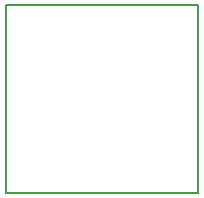
<source format=gm1>
G04*
G04 #@! TF.GenerationSoftware,Altium Limited,Altium Designer,20.1.8 (145)*
G04*
G04 Layer_Color=16711935*
%FSLAX25Y25*%
%MOIN*%
G70*
G04*
G04 #@! TF.SameCoordinates,21FBFEBA-D07F-42F0-8C11-0AAD296DAF8C*
G04*
G04*
G04 #@! TF.FilePolarity,Positive*
G04*
G01*
G75*
%ADD15C,0.00500*%
D15*
X515158Y252559D02*
X579331D01*
X515158Y190110D02*
X579331D01*
X515158D02*
Y252559D01*
X579331Y190110D02*
Y252559D01*
X515158D02*
X579331D01*
X515158Y190110D02*
X579331D01*
X515158D02*
Y252559D01*
X579331Y190110D02*
Y252559D01*
M02*

</source>
